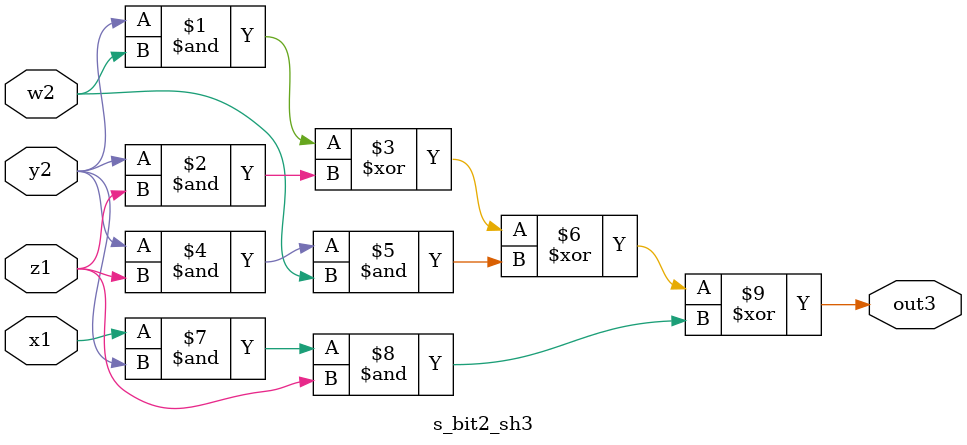
<source format=sv>

module s_bit2_sh3 (
  y2,
  w2,
  z1,
  x1,
  out3
);

    input wire y2;
    input wire w2;
    input wire z1;
    input wire x1;

    output wire out3;

    assign out3 = y2 & w2 ^ y2 & z1 ^ y2 & z1 & w2 ^ x1 & y2 & z1 ;

endmodule

</source>
